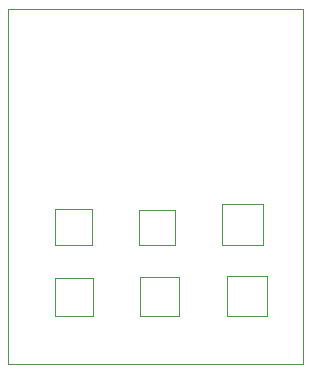
<source format=gbr>
G04 #@! TF.GenerationSoftware,KiCad,Pcbnew,(5.1.4)-1*
G04 #@! TF.CreationDate,2020-01-03T19:08:14-08:00*
G04 #@! TF.ProjectId,Led_tests,4c65645f-7465-4737-9473-2e6b69636164,rev?*
G04 #@! TF.SameCoordinates,Original*
G04 #@! TF.FileFunction,Profile,NP*
%FSLAX46Y46*%
G04 Gerber Fmt 4.6, Leading zero omitted, Abs format (unit mm)*
G04 Created by KiCad (PCBNEW (5.1.4)-1) date 2020-01-03 19:08:14*
%MOMM*%
%LPD*%
G04 APERTURE LIST*
%ADD10C,0.100000*%
G04 APERTURE END LIST*
D10*
X26441400Y-11529000D02*
X26441400Y-41529000D01*
X51441400Y-11529000D02*
X26441400Y-11529000D01*
X51441400Y-41529000D02*
X51441400Y-11529000D01*
X30441200Y-28421400D02*
X30441200Y-31521400D01*
X33541200Y-28421400D02*
X30441200Y-28421400D01*
X40941200Y-34221400D02*
X37641200Y-34221400D01*
X48341200Y-37521400D02*
X48341200Y-34121400D01*
X44941200Y-37521400D02*
X48341200Y-37521400D01*
X30441200Y-37521400D02*
X33641200Y-37521400D01*
X44541200Y-28021400D02*
X44541200Y-31521400D01*
X40941200Y-37521400D02*
X40941200Y-34221400D01*
X48041200Y-28021400D02*
X44541200Y-28021400D01*
X48041200Y-31521400D02*
X48041200Y-28021400D01*
X44541200Y-31521400D02*
X48041200Y-31521400D01*
X26441400Y-41529000D02*
X51441400Y-41529000D01*
X37641200Y-34221400D02*
X37641200Y-37521400D01*
X33641200Y-34321400D02*
X30441200Y-34321400D01*
X33641200Y-37521400D02*
X33641200Y-34321400D01*
X37641200Y-37521400D02*
X40941200Y-37521400D01*
X33541200Y-31521400D02*
X33541200Y-28421400D01*
X30441200Y-31521400D02*
X33541200Y-31521400D01*
X44941200Y-34121400D02*
X44941200Y-37521400D01*
X48341200Y-34121400D02*
X44941200Y-34121400D01*
X37541200Y-28521400D02*
X37541200Y-31521400D01*
X40541200Y-28521400D02*
X37541200Y-28521400D01*
X30441200Y-34321400D02*
X30441200Y-37521400D01*
X40541200Y-31521400D02*
X40541200Y-28521400D01*
X37541200Y-31521400D02*
X40541200Y-31521400D01*
M02*

</source>
